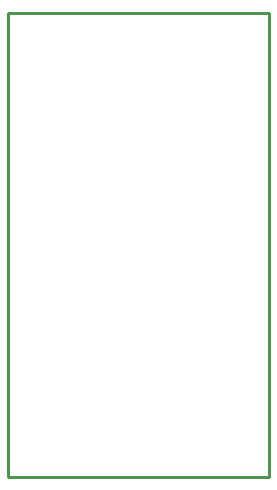
<source format=gm1>
%FSTAX23Y23*%
%MOIN*%
%SFA1B1*%

%IPPOS*%
%ADD61C,0.010000*%
%LNdaughterboard-1*%
%LPD*%
G54D61*
X01629Y00889D02*
Y02435D01*
X02498*
Y00889D02*
Y02435D01*
X01629Y00889D02*
X02498D01*
M02*
</source>
